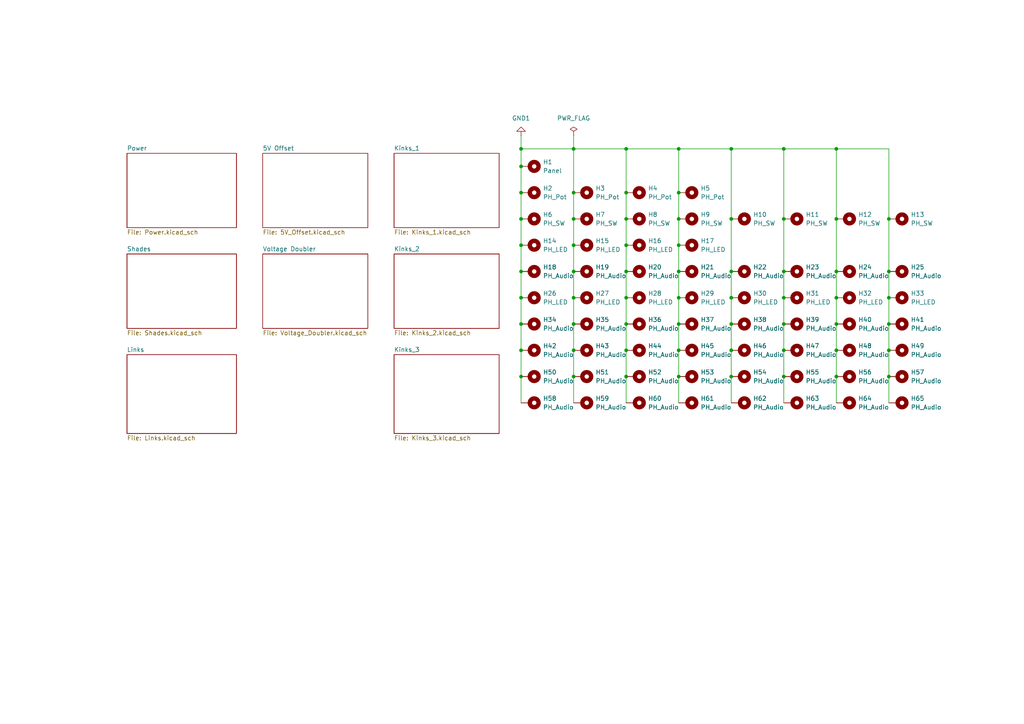
<source format=kicad_sch>
(kicad_sch (version 20250114) (generator "eeschema") (generator_version "9.0")
  (paper "A4")
  (title_block (title "Toolbox") (date "2025-07-31") (rev "2.1") (company "StudioKAT") (comment 1 "Inspired by Mutable Instruments Shades/Links/Kinks"))
  (lib_symbols
    (symbol "Mechanical:MountingHole_Pad" (pin_numbers (hide yes)) (pin_names (offset 1.016) (hide yes)) (in_bom no)
      (property "Reference" "H" (at 0 6.35 0))
      (property "Value" "MountingHole_Pad" (at 0 4.445 0))
      (symbol "MountingHole_Pad_0_1"
        (circle (center 0 1.27) (radius 1.27) (stroke (width 1.27)))
      )
      (symbol "MountingHole_Pad_1_1"
        (pin input line (at 0 -2.54 90) (length 2.54) (name "1") (number "1"))
      )
    )
    (symbol "power:GND1" (power) (pin_numbers (hide yes)) (pin_names (offset 0) (hide yes))
      (property "Value" "GND1" (at 0 -3.81 0))
      (symbol "GND1_0_1"
        (polyline (pts (xy 0 0) (xy 0 -1.27) (xy 1.27 -1.27) (xy 0 -2.54) (xy -1.27 -1.27) (xy 0 -1.27)))
      )
      (symbol "GND1_1_1"
        (pin power_in line (at 0 0 270) (length 0) (name "~") (number "1"))
      )
    )
    (symbol "power:PWR_FLAG" (power) (pin_numbers (hide yes)) (pin_names (offset 0) (hide yes))
      (property "Value" "PWR_FLAG" (at 0 3.81 0))
      (symbol "PWR_FLAG_0_0"
        (pin power_out line (at 0 0 90) (length 0) (name "~") (number "1"))
      )
      (symbol "PWR_FLAG_0_1"
        (polyline (pts (xy 0 0) (xy 0 1.27) (xy -1.016 1.905) (xy 0 2.54) (xy 1.016 1.905) (xy 0 1.27)))
      )
    )
  )
  (junction (at 212.09 101.6))
  (junction (at 181.61 63.5))
  (junction (at 181.61 71.12))
  (junction (at 257.81 93.98))
  (junction (at 166.37 78.74))
  (junction (at 181.61 93.98))
  (junction (at 181.61 109.22))
  (junction (at 196.85 55.88))
  (junction (at 257.81 109.22))
  (junction (at 151.13 109.22))
  (junction (at 196.85 109.22))
  (junction (at 151.13 55.88))
  (junction (at 227.33 101.6))
  (junction (at 227.33 78.74))
  (junction (at 196.85 63.5))
  (junction (at 196.85 93.98))
  (junction (at 212.09 43.18))
  (junction (at 242.57 86.36))
  (junction (at 227.33 86.36))
  (junction (at 212.09 63.5))
  (junction (at 151.13 93.98))
  (junction (at 166.37 101.6))
  (junction (at 227.33 43.18))
  (junction (at 242.57 78.74))
  (junction (at 242.57 63.5))
  (junction (at 257.81 101.6))
  (junction (at 196.85 86.36))
  (junction (at 212.09 78.74))
  (junction (at 151.13 86.36))
  (junction (at 151.13 71.12))
  (junction (at 196.85 71.12))
  (junction (at 166.37 86.36))
  (junction (at 212.09 93.98))
  (junction (at 151.13 48.26))
  (junction (at 242.57 93.98))
  (junction (at 181.61 78.74))
  (junction (at 212.09 86.36))
  (junction (at 166.37 63.5))
  (junction (at 196.85 43.18))
  (junction (at 196.85 101.6))
  (junction (at 166.37 71.12))
  (junction (at 196.85 78.74))
  (junction (at 257.81 86.36))
  (junction (at 181.61 101.6))
  (junction (at 151.13 43.18))
  (junction (at 166.37 109.22))
  (junction (at 151.13 63.5))
  (junction (at 242.57 101.6))
  (junction (at 181.61 86.36))
  (junction (at 166.37 93.98))
  (junction (at 227.33 63.5))
  (junction (at 227.33 109.22))
  (junction (at 166.37 55.88))
  (junction (at 151.13 78.74))
  (junction (at 242.57 43.18))
  (junction (at 227.33 93.98))
  (junction (at 257.81 78.74))
  (junction (at 181.61 55.88))
  (junction (at 257.81 63.5))
  (junction (at 212.09 109.22))
  (junction (at 151.13 101.6))
  (junction (at 166.37 43.18))
  (junction (at 181.61 43.18))
  (junction (at 242.57 109.22))
  (wire (pts (xy 212.09 86.36) (xy 212.09 78.74)))
  (wire (pts (xy 242.57 63.5) (xy 242.57 43.18)))
  (wire (pts (xy 196.85 43.18) (xy 181.61 43.18)))
  (wire (pts (xy 166.37 101.6) (xy 166.37 109.22)))
  (wire (pts (xy 181.61 116.84) (xy 181.61 109.22)))
  (wire (pts (xy 196.85 71.12) (xy 196.85 63.5)))
  (wire (pts (xy 181.61 78.74) (xy 181.61 71.12)))
  (wire (pts (xy 242.57 93.98) (xy 242.57 86.36)))
  (wire (pts (xy 181.61 55.88) (xy 181.61 43.18)))
  (wire (pts (xy 212.09 78.74) (xy 212.09 63.5)))
  (wire (pts (xy 181.61 86.36) (xy 181.61 78.74)))
  (wire (pts (xy 257.81 109.22) (xy 257.81 101.6)))
  (wire (pts (xy 196.85 86.36) (xy 196.85 78.74)))
  (wire (pts (xy 166.37 71.12) (xy 166.37 78.74)))
  (wire (pts (xy 257.81 43.18) (xy 242.57 43.18)))
  (wire (pts (xy 181.61 71.12) (xy 181.61 63.5)))
  (wire (pts (xy 166.37 93.98) (xy 166.37 101.6)))
  (wire (pts (xy 151.13 48.26) (xy 151.13 55.88)))
  (wire (pts (xy 242.57 43.18) (xy 227.33 43.18)))
  (wire (pts (xy 227.33 109.22) (xy 227.33 101.6)))
  (wire (pts (xy 181.61 93.98) (xy 181.61 86.36)))
  (wire (pts (xy 151.13 101.6) (xy 151.13 109.22)))
  (wire (pts (xy 166.37 39.37) (xy 166.37 43.18)))
  (wire (pts (xy 257.81 116.84) (xy 257.81 109.22)))
  (wire (pts (xy 196.85 109.22) (xy 196.85 101.6)))
  (wire (pts (xy 227.33 93.98) (xy 227.33 86.36)))
  (wire (pts (xy 166.37 78.74) (xy 166.37 86.36)))
  (wire (pts (xy 166.37 109.22) (xy 166.37 116.84)))
  (wire (pts (xy 242.57 109.22) (xy 242.57 101.6)))
  (wire (pts (xy 257.81 101.6) (xy 257.81 93.98)))
  (wire (pts (xy 257.81 78.74) (xy 257.81 63.5)))
  (wire (pts (xy 196.85 78.74) (xy 196.85 71.12)))
  (wire (pts (xy 151.13 43.18) (xy 151.13 48.26)))
  (wire (pts (xy 181.61 63.5) (xy 181.61 55.88)))
  (wire (pts (xy 151.13 43.18) (xy 166.37 43.18)))
  (wire (pts (xy 257.81 63.5) (xy 257.81 43.18)))
  (wire (pts (xy 242.57 101.6) (xy 242.57 93.98)))
  (wire (pts (xy 242.57 86.36) (xy 242.57 78.74)))
  (wire (pts (xy 166.37 86.36) (xy 166.37 93.98)))
  (wire (pts (xy 212.09 43.18) (xy 196.85 43.18)))
  (wire (pts (xy 227.33 63.5) (xy 227.33 43.18)))
  (wire (pts (xy 166.37 43.18) (xy 166.37 55.88)))
  (wire (pts (xy 151.13 93.98) (xy 151.13 101.6)))
  (wire (pts (xy 151.13 39.37) (xy 151.13 43.18)))
  (wire (pts (xy 227.33 86.36) (xy 227.33 78.74)))
  (wire (pts (xy 212.09 63.5) (xy 212.09 43.18)))
  (wire (pts (xy 227.33 43.18) (xy 212.09 43.18)))
  (wire (pts (xy 196.85 63.5) (xy 196.85 55.88)))
  (wire (pts (xy 212.09 109.22) (xy 212.09 101.6)))
  (wire (pts (xy 166.37 63.5) (xy 166.37 71.12)))
  (wire (pts (xy 151.13 71.12) (xy 151.13 78.74)))
  (wire (pts (xy 151.13 55.88) (xy 151.13 63.5)))
  (wire (pts (xy 181.61 101.6) (xy 181.61 93.98)))
  (wire (pts (xy 196.85 116.84) (xy 196.85 109.22)))
  (wire (pts (xy 196.85 93.98) (xy 196.85 86.36)))
  (wire (pts (xy 166.37 55.88) (xy 166.37 63.5)))
  (wire (pts (xy 196.85 101.6) (xy 196.85 93.98)))
  (wire (pts (xy 227.33 78.74) (xy 227.33 63.5)))
  (wire (pts (xy 212.09 93.98) (xy 212.09 86.36)))
  (wire (pts (xy 212.09 101.6) (xy 212.09 93.98)))
  (wire (pts (xy 151.13 109.22) (xy 151.13 116.84)))
  (wire (pts (xy 227.33 116.84) (xy 227.33 109.22)))
  (wire (pts (xy 257.81 86.36) (xy 257.81 78.74)))
  (wire (pts (xy 242.57 116.84) (xy 242.57 109.22)))
  (wire (pts (xy 196.85 55.88) (xy 196.85 43.18)))
  (wire (pts (xy 166.37 43.18) (xy 181.61 43.18)))
  (wire (pts (xy 212.09 116.84) (xy 212.09 109.22)))
  (wire (pts (xy 151.13 78.74) (xy 151.13 86.36)))
  (wire (pts (xy 227.33 101.6) (xy 227.33 93.98)))
  (wire (pts (xy 181.61 109.22) (xy 181.61 101.6)))
  (wire (pts (xy 242.57 78.74) (xy 242.57 63.5)))
  (wire (pts (xy 151.13 63.5) (xy 151.13 71.12)))
  (wire (pts (xy 257.81 93.98) (xy 257.81 86.36)))
  (wire (pts (xy 151.13 86.36) (xy 151.13 93.98)))
  (symbol (lib_id "Mechanical:MountingHole_Pad") (at 153.67 48.26 270) (unit 1) (in_bom no)
    (property "Reference" "H1" (at 157.48 46.9899 90) (effects (justify left)))
    (property "Value" "Panel" (at 157.48 49.5299 90) (effects (justify left)))
    (property "Footprint" "kat_eurorack:Panel_16HP" (effects (hide yes)))
    (property "Description" "Mounting Hole with connection" (effects (hide yes)))
  )
  (symbol (lib_id "Mechanical:MountingHole_Pad") (at 199.39 93.98 270) (unit 1) (in_bom no)
    (property "Reference" "H37" (at 203.2 92.7099 90) (effects (justify left)))
    (property "Value" "PH_Audio" (at 203.2 95.2499 90) (effects (justify left)))
    (property "Footprint" "kat_eurorack:PH_AudioJack_3.5mm_Pad" (effects (hide yes)))
    (property "Description" "Mounting Hole with connection" (effects (hide yes)))
  )
  (symbol (lib_id "Mechanical:MountingHole_Pad") (at 245.11 63.5 270) (unit 1) (in_bom no)
    (property "Reference" "H12" (at 248.92 62.2299 90) (effects (justify left)))
    (property "Value" "PH_SW" (at 248.92 64.7699 90) (effects (justify left)))
    (property "Footprint" "kat_eurorack:PH_ToggleSwitch_5.1mm_Pad" (effects (hide yes)))
    (property "Description" "Mounting Hole with connection" (effects (hide yes)))
  )
  (symbol (lib_id "Mechanical:MountingHole_Pad") (at 153.67 55.88 270) (unit 1) (in_bom no)
    (property "Reference" "H2" (at 157.48 54.6099 90) (effects (justify left)))
    (property "Value" "PH_Pot" (at 157.48 57.1499 90) (effects (justify left)))
    (property "Footprint" "kat_eurorack:PH_RK097_15mmKnob_BI_UNI_Pad" (effects (hide yes)))
    (property "Description" "Mounting Hole with connection" (effects (hide yes)))
  )
  (symbol (lib_id "Mechanical:MountingHole_Pad") (at 229.87 116.84 270) (unit 1) (in_bom no)
    (property "Reference" "H63" (at 233.68 115.5699 90) (effects (justify left)))
    (property "Value" "PH_Audio" (at 233.68 118.1099 90) (effects (justify left)))
    (property "Footprint" "kat_eurorack:PH_AudioJack_3.5mm_Pad" (effects (hide yes)))
    (property "Description" "Mounting Hole with connection" (effects (hide yes)))
  )
  (symbol (lib_id "Mechanical:MountingHole_Pad") (at 245.11 116.84 270) (unit 1) (in_bom no)
    (property "Reference" "H64" (at 248.92 115.5699 90) (effects (justify left)))
    (property "Value" "PH_Audio" (at 248.92 118.1099 90) (effects (justify left)))
    (property "Footprint" "kat_eurorack:PH_AudioJack_3.5mm_Pad" (effects (hide yes)))
    (property "Description" "Mounting Hole with connection" (effects (hide yes)))
  )
  (symbol (lib_id "Mechanical:MountingHole_Pad") (at 229.87 63.5 270) (unit 1) (in_bom no)
    (property "Reference" "H11" (at 233.68 62.2299 90) (effects (justify left)))
    (property "Value" "PH_SW" (at 233.68 64.7699 90) (effects (justify left)))
    (property "Footprint" "kat_eurorack:PH_ToggleSwitch_5.1mm_Pad" (effects (hide yes)))
    (property "Description" "Mounting Hole with connection" (effects (hide yes)))
  )
  (symbol (lib_id "Mechanical:MountingHole_Pad") (at 229.87 109.22 270) (unit 1) (in_bom no)
    (property "Reference" "H55" (at 233.68 107.9499 90) (effects (justify left)))
    (property "Value" "PH_Audio" (at 233.68 110.4899 90) (effects (justify left)))
    (property "Footprint" "kat_eurorack:PH_AudioJack_3.5mm_Pad" (effects (hide yes)))
    (property "Description" "Mounting Hole with connection" (effects (hide yes)))
  )
  (symbol (lib_id "Mechanical:MountingHole_Pad") (at 260.35 109.22 270) (unit 1) (in_bom no)
    (property "Reference" "H57" (at 264.16 107.9499 90) (effects (justify left)))
    (property "Value" "PH_Audio" (at 264.16 110.4899 90) (effects (justify left)))
    (property "Footprint" "kat_eurorack:PH_AudioJack_3.5mm_Pad" (effects (hide yes)))
    (property "Description" "Mounting Hole with connection" (effects (hide yes)))
  )
  (symbol (lib_id "Mechanical:MountingHole_Pad") (at 214.63 101.6 270) (unit 1) (in_bom no)
    (property "Reference" "H46" (at 218.44 100.3299 90) (effects (justify left)))
    (property "Value" "PH_Audio" (at 218.44 102.8699 90) (effects (justify left)))
    (property "Footprint" "kat_eurorack:PH_AudioJack_3.5mm_Pad" (effects (hide yes)))
    (property "Description" "Mounting Hole with connection" (effects (hide yes)))
  )
  (symbol (lib_id "Mechanical:MountingHole_Pad") (at 229.87 93.98 270) (unit 1) (in_bom no)
    (property "Reference" "H39" (at 233.68 92.7099 90) (effects (justify left)))
    (property "Value" "PH_Audio" (at 233.68 95.2499 90) (effects (justify left)))
    (property "Footprint" "kat_eurorack:PH_AudioJack_3.5mm_Pad" (effects (hide yes)))
    (property "Description" "Mounting Hole with connection" (effects (hide yes)))
  )
  (symbol (lib_id "Mechanical:MountingHole_Pad") (at 214.63 86.36 270) (unit 1) (in_bom no)
    (property "Reference" "H30" (at 218.44 85.0899 90) (effects (justify left)))
    (property "Value" "PH_LED" (at 218.44 87.6299 90) (effects (justify left)))
    (property "Footprint" "kat_eurorack:PH_LED_3.0mm_Pad" (effects (hide yes)))
    (property "Description" "Mounting Hole with connection" (effects (hide yes)))
  )
  (symbol (lib_id "Mechanical:MountingHole_Pad") (at 199.39 109.22 270) (unit 1) (in_bom no)
    (property "Reference" "H53" (at 203.2 107.9499 90) (effects (justify left)))
    (property "Value" "PH_Audio" (at 203.2 110.4899 90) (effects (justify left)))
    (property "Footprint" "kat_eurorack:PH_AudioJack_3.5mm_Pad" (effects (hide yes)))
    (property "Description" "Mounting Hole with connection" (effects (hide yes)))
  )
  (symbol (lib_id "Mechanical:MountingHole_Pad") (at 168.91 109.22 270) (unit 1) (in_bom no)
    (property "Reference" "H51" (at 172.72 107.9499 90) (effects (justify left)))
    (property "Value" "PH_Audio" (at 172.72 110.4899 90) (effects (justify left)))
    (property "Footprint" "kat_eurorack:PH_AudioJack_3.5mm_Pad" (effects (hide yes)))
    (property "Description" "Mounting Hole with connection" (effects (hide yes)))
  )
  (symbol (lib_id "Mechanical:MountingHole_Pad") (at 260.35 116.84 270) (unit 1) (in_bom no)
    (property "Reference" "H65" (at 264.16 115.5699 90) (effects (justify left)))
    (property "Value" "PH_Audio" (at 264.16 118.1099 90) (effects (justify left)))
    (property "Footprint" "kat_eurorack:PH_AudioJack_3.5mm_Pad" (effects (hide yes)))
    (property "Description" "Mounting Hole with connection" (effects (hide yes)))
  )
  (symbol (lib_id "Mechanical:MountingHole_Pad") (at 184.15 86.36 270) (unit 1) (in_bom no)
    (property "Reference" "H28" (at 187.96 85.0899 90) (effects (justify left)))
    (property "Value" "PH_LED" (at 187.96 87.6299 90) (effects (justify left)))
    (property "Footprint" "kat_eurorack:PH_LED_3.0mm_Pad" (effects (hide yes)))
    (property "Description" "Mounting Hole with connection" (effects (hide yes)))
  )
  (symbol (lib_id "Mechanical:MountingHole_Pad") (at 168.91 86.36 270) (unit 1) (in_bom no)
    (property "Reference" "H27" (at 172.72 85.0899 90) (effects (justify left)))
    (property "Value" "PH_LED" (at 172.72 87.6299 90) (effects (justify left)))
    (property "Footprint" "kat_eurorack:PH_LED_3.0mm_Pad" (effects (hide yes)))
    (property "Description" "Mounting Hole with connection" (effects (hide yes)))
  )
  (symbol (lib_id "Mechanical:MountingHole_Pad") (at 153.67 93.98 270) (unit 1) (in_bom no)
    (property "Reference" "H34" (at 157.48 92.7099 90) (effects (justify left)))
    (property "Value" "PH_Audio" (at 157.48 95.2499 90) (effects (justify left)))
    (property "Footprint" "kat_eurorack:PH_AudioJack_3.5mm_Pad" (effects (hide yes)))
    (property "Description" "Mounting Hole with connection" (effects (hide yes)))
  )
  (symbol (lib_id "Mechanical:MountingHole_Pad") (at 184.15 63.5 270) (unit 1) (in_bom no)
    (property "Reference" "H8" (at 187.96 62.2299 90) (effects (justify left)))
    (property "Value" "PH_SW" (at 187.96 64.7699 90) (effects (justify left)))
    (property "Footprint" "kat_eurorack:PH_ToggleSwitch_5.1mm_Pad" (effects (hide yes)))
    (property "Description" "Mounting Hole with connection" (effects (hide yes)))
  )
  (symbol (lib_id "Mechanical:MountingHole_Pad") (at 245.11 93.98 270) (unit 1) (in_bom no)
    (property "Reference" "H40" (at 248.92 92.7099 90) (effects (justify left)))
    (property "Value" "PH_Audio" (at 248.92 95.2499 90) (effects (justify left)))
    (property "Footprint" "kat_eurorack:PH_AudioJack_3.5mm_Pad" (effects (hide yes)))
    (property "Description" "Mounting Hole with connection" (effects (hide yes)))
  )
  (symbol (lib_id "Mechanical:MountingHole_Pad") (at 229.87 78.74 270) (unit 1) (in_bom no)
    (property "Reference" "H23" (at 233.68 77.4699 90) (effects (justify left)))
    (property "Value" "PH_Audio" (at 233.68 80.0099 90) (effects (justify left)))
    (property "Footprint" "kat_eurorack:PH_AudioJack_3.5mm_Pad" (effects (hide yes)))
    (property "Description" "Mounting Hole with connection" (effects (hide yes)))
  )
  (symbol (lib_id "Mechanical:MountingHole_Pad") (at 260.35 101.6 270) (unit 1) (in_bom no)
    (property "Reference" "H49" (at 264.16 100.3299 90) (effects (justify left)))
    (property "Value" "PH_Audio" (at 264.16 102.8699 90) (effects (justify left)))
    (property "Footprint" "kat_eurorack:PH_AudioJack_3.5mm_Pad" (effects (hide yes)))
    (property "Description" "Mounting Hole with connection" (effects (hide yes)))
  )
  (symbol (lib_id "power:GND1") (at 151.13 39.37 0) (mirror x) (unit 1)
    (property "Reference" "#PWR01" (effects (hide yes)))
    (property "Value" "GND1" (at 151.13 34.29 0))
    (property "Description" "Power symbol creates a global label with name \"GND1\" , ground" (effects (hide yes)))
  )
  (symbol (lib_id "Mechanical:MountingHole_Pad") (at 153.67 71.12 270) (unit 1) (in_bom no)
    (property "Reference" "H14" (at 157.48 69.8499 90) (effects (justify left)))
    (property "Value" "PH_LED" (at 157.48 72.3899 90) (effects (justify left)))
    (property "Footprint" "kat_eurorack:PH_LED_3.0mm_Pad" (effects (hide yes)))
    (property "Description" "Mounting Hole with connection" (effects (hide yes)))
  )
  (symbol (lib_id "Mechanical:MountingHole_Pad") (at 199.39 63.5 270) (unit 1) (in_bom no)
    (property "Reference" "H9" (at 203.2 62.2299 90) (effects (justify left)))
    (property "Value" "PH_SW" (at 203.2 64.7699 90) (effects (justify left)))
    (property "Footprint" "kat_eurorack:PH_ToggleSwitch_5.1mm_Pad" (effects (hide yes)))
    (property "Description" "Mounting Hole with connection" (effects (hide yes)))
  )
  (symbol (lib_id "Mechanical:MountingHole_Pad") (at 168.91 93.98 270) (unit 1) (in_bom no)
    (property "Reference" "H35" (at 172.72 92.7099 90) (effects (justify left)))
    (property "Value" "PH_Audio" (at 172.72 95.2499 90) (effects (justify left)))
    (property "Footprint" "kat_eurorack:PH_AudioJack_3.5mm_Pad" (effects (hide yes)))
    (property "Description" "Mounting Hole with connection" (effects (hide yes)))
  )
  (symbol (lib_id "Mechanical:MountingHole_Pad") (at 229.87 101.6 270) (unit 1) (in_bom no)
    (property "Reference" "H47" (at 233.68 100.3299 90) (effects (justify left)))
    (property "Value" "PH_Audio" (at 233.68 102.8699 90) (effects (justify left)))
    (property "Footprint" "kat_eurorack:PH_AudioJack_3.5mm_Pad" (effects (hide yes)))
    (property "Description" "Mounting Hole with connection" (effects (hide yes)))
  )
  (symbol (lib_id "Mechanical:MountingHole_Pad") (at 168.91 55.88 270) (unit 1) (in_bom no)
    (property "Reference" "H3" (at 172.72 54.6099 90) (effects (justify left)))
    (property "Value" "PH_Pot" (at 172.72 57.1499 90) (effects (justify left)))
    (property "Footprint" "kat_eurorack:PH_RK097_15mmKnob_BI_UNI_Pad" (effects (hide yes)))
    (property "Description" "Mounting Hole with connection" (effects (hide yes)))
  )
  (symbol (lib_id "Mechanical:MountingHole_Pad") (at 168.91 78.74 270) (unit 1) (in_bom no)
    (property "Reference" "H19" (at 172.72 77.4699 90) (effects (justify left)))
    (property "Value" "PH_Audio" (at 172.72 80.0099 90) (effects (justify left)))
    (property "Footprint" "kat_eurorack:PH_AudioJack_3.5mm_Pad" (effects (hide yes)))
    (property "Description" "Mounting Hole with connection" (effects (hide yes)))
  )
  (symbol (lib_id "Mechanical:MountingHole_Pad") (at 214.63 63.5 270) (unit 1) (in_bom no)
    (property "Reference" "H10" (at 218.44 62.2299 90) (effects (justify left)))
    (property "Value" "PH_SW" (at 218.44 64.7699 90) (effects (justify left)))
    (property "Footprint" "kat_eurorack:PH_ToggleSwitch_5.1mm_Pad" (effects (hide yes)))
    (property "Description" "Mounting Hole with connection" (effects (hide yes)))
  )
  (symbol (lib_id "Mechanical:MountingHole_Pad") (at 214.63 93.98 270) (unit 1) (in_bom no)
    (property "Reference" "H38" (at 218.44 92.7099 90) (effects (justify left)))
    (property "Value" "PH_Audio" (at 218.44 95.2499 90) (effects (justify left)))
    (property "Footprint" "kat_eurorack:PH_AudioJack_3.5mm_Pad" (effects (hide yes)))
    (property "Description" "Mounting Hole with connection" (effects (hide yes)))
  )
  (symbol (lib_id "Mechanical:MountingHole_Pad") (at 214.63 78.74 270) (unit 1) (in_bom no)
    (property "Reference" "H22" (at 218.44 77.4699 90) (effects (justify left)))
    (property "Value" "PH_Audio" (at 218.44 80.0099 90) (effects (justify left)))
    (property "Footprint" "kat_eurorack:PH_AudioJack_3.5mm_Pad" (effects (hide yes)))
    (property "Description" "Mounting Hole with connection" (effects (hide yes)))
  )
  (symbol (lib_id "Mechanical:MountingHole_Pad") (at 153.67 116.84 270) (unit 1) (in_bom no)
    (property "Reference" "H58" (at 157.48 115.5699 90) (effects (justify left)))
    (property "Value" "PH_Audio" (at 157.48 118.1099 90) (effects (justify left)))
    (property "Footprint" "kat_eurorack:PH_AudioJack_3.5mm_Pad" (effects (hide yes)))
    (property "Description" "Mounting Hole with connection" (effects (hide yes)))
  )
  (symbol (lib_id "Mechanical:MountingHole_Pad") (at 153.67 86.36 270) (unit 1) (in_bom no)
    (property "Reference" "H26" (at 157.48 85.0899 90) (effects (justify left)))
    (property "Value" "PH_LED" (at 157.48 87.6299 90) (effects (justify left)))
    (property "Footprint" "kat_eurorack:PH_LED_3.0mm_Pad" (effects (hide yes)))
    (property "Description" "Mounting Hole with connection" (effects (hide yes)))
  )
  (symbol (lib_id "Mechanical:MountingHole_Pad") (at 184.15 55.88 270) (unit 1) (in_bom no)
    (property "Reference" "H4" (at 187.96 54.6099 90) (effects (justify left)))
    (property "Value" "PH_Pot" (at 187.96 57.1499 90) (effects (justify left)))
    (property "Footprint" "kat_eurorack:PH_RK097_15mmKnob_BI_UNI_Pad" (effects (hide yes)))
    (property "Description" "Mounting Hole with connection" (effects (hide yes)))
  )
  (symbol (lib_id "Mechanical:MountingHole_Pad") (at 260.35 86.36 270) (unit 1) (in_bom no)
    (property "Reference" "H33" (at 264.16 85.0899 90) (effects (justify left)))
    (property "Value" "PH_LED" (at 264.16 87.6299 90) (effects (justify left)))
    (property "Footprint" "kat_eurorack:PH_LED_3.0mm_Pad" (effects (hide yes)))
    (property "Description" "Mounting Hole with connection" (effects (hide yes)))
  )
  (symbol (lib_id "Mechanical:MountingHole_Pad") (at 199.39 116.84 270) (unit 1) (in_bom no)
    (property "Reference" "H61" (at 203.2 115.5699 90) (effects (justify left)))
    (property "Value" "PH_Audio" (at 203.2 118.1099 90) (effects (justify left)))
    (property "Footprint" "kat_eurorack:PH_AudioJack_3.5mm_Pad" (effects (hide yes)))
    (property "Description" "Mounting Hole with connection" (effects (hide yes)))
  )
  (symbol (lib_id "Mechanical:MountingHole_Pad") (at 260.35 78.74 270) (unit 1) (in_bom no)
    (property "Reference" "H25" (at 264.16 77.4699 90) (effects (justify left)))
    (property "Value" "PH_Audio" (at 264.16 80.0099 90) (effects (justify left)))
    (property "Footprint" "kat_eurorack:PH_AudioJack_3.5mm_Pad" (effects (hide yes)))
    (property "Description" "Mounting Hole with connection" (effects (hide yes)))
  )
  (symbol (lib_id "Mechanical:MountingHole_Pad") (at 168.91 101.6 270) (unit 1) (in_bom no)
    (property "Reference" "H43" (at 172.72 100.3299 90) (effects (justify left)))
    (property "Value" "PH_Audio" (at 172.72 102.8699 90) (effects (justify left)))
    (property "Footprint" "kat_eurorack:PH_AudioJack_3.5mm_Pad" (effects (hide yes)))
    (property "Description" "Mounting Hole with connection" (effects (hide yes)))
  )
  (symbol (lib_id "Mechanical:MountingHole_Pad") (at 153.67 63.5 270) (unit 1) (in_bom no)
    (property "Reference" "H6" (at 157.48 62.2299 90) (effects (justify left)))
    (property "Value" "PH_SW" (at 157.48 64.7699 90) (effects (justify left)))
    (property "Footprint" "kat_eurorack:PH_ToggleSwitch_5.1mm_Pad" (effects (hide yes)))
    (property "Description" "Mounting Hole with connection" (effects (hide yes)))
  )
  (symbol (lib_id "Mechanical:MountingHole_Pad") (at 245.11 109.22 270) (unit 1) (in_bom no)
    (property "Reference" "H56" (at 248.92 107.9499 90) (effects (justify left)))
    (property "Value" "PH_Audio" (at 248.92 110.4899 90) (effects (justify left)))
    (property "Footprint" "kat_eurorack:PH_AudioJack_3.5mm_Pad" (effects (hide yes)))
    (property "Description" "Mounting Hole with connection" (effects (hide yes)))
  )
  (symbol (lib_id "Mechanical:MountingHole_Pad") (at 168.91 63.5 270) (unit 1) (in_bom no)
    (property "Reference" "H7" (at 172.72 62.2299 90) (effects (justify left)))
    (property "Value" "PH_SW" (at 172.72 64.7699 90) (effects (justify left)))
    (property "Footprint" "kat_eurorack:PH_ToggleSwitch_5.1mm_Pad" (effects (hide yes)))
    (property "Description" "Mounting Hole with connection" (effects (hide yes)))
  )
  (symbol (lib_id "Mechanical:MountingHole_Pad") (at 199.39 101.6 270) (unit 1) (in_bom no)
    (property "Reference" "H45" (at 203.2 100.3299 90) (effects (justify left)))
    (property "Value" "PH_Audio" (at 203.2 102.8699 90) (effects (justify left)))
    (property "Footprint" "kat_eurorack:PH_AudioJack_3.5mm_Pad" (effects (hide yes)))
    (property "Description" "Mounting Hole with connection" (effects (hide yes)))
  )
  (symbol (lib_id "Mechanical:MountingHole_Pad") (at 184.15 116.84 270) (unit 1) (in_bom no)
    (property "Reference" "H60" (at 187.96 115.5699 90) (effects (justify left)))
    (property "Value" "PH_Audio" (at 187.96 118.1099 90) (effects (justify left)))
    (property "Footprint" "kat_eurorack:PH_AudioJack_3.5mm_Pad" (effects (hide yes)))
    (property "Description" "Mounting Hole with connection" (effects (hide yes)))
  )
  (symbol (lib_id "Mechanical:MountingHole_Pad") (at 214.63 109.22 270) (unit 1) (in_bom no)
    (property "Reference" "H54" (at 218.44 107.9499 90) (effects (justify left)))
    (property "Value" "PH_Audio" (at 218.44 110.4899 90) (effects (justify left)))
    (property "Footprint" "kat_eurorack:PH_AudioJack_3.5mm_Pad" (effects (hide yes)))
    (property "Description" "Mounting Hole with connection" (effects (hide yes)))
  )
  (symbol (lib_id "Mechanical:MountingHole_Pad") (at 199.39 55.88 270) (unit 1) (in_bom no)
    (property "Reference" "H5" (at 203.2 54.6099 90) (effects (justify left)))
    (property "Value" "PH_Pot" (at 203.2 57.1499 90) (effects (justify left)))
    (property "Footprint" "kat_eurorack:PH_RK097_15mmKnob_BI_UNI_Pad" (effects (hide yes)))
    (property "Description" "Mounting Hole with connection" (effects (hide yes)))
  )
  (symbol (lib_id "Mechanical:MountingHole_Pad") (at 199.39 71.12 270) (unit 1) (in_bom no)
    (property "Reference" "H17" (at 203.2 69.8499 90) (effects (justify left)))
    (property "Value" "PH_LED" (at 203.2 72.3899 90) (effects (justify left)))
    (property "Footprint" "kat_eurorack:PH_LED_3.0mm_Pad" (effects (hide yes)))
    (property "Description" "Mounting Hole with connection" (effects (hide yes)))
  )
  (symbol (lib_id "Mechanical:MountingHole_Pad") (at 199.39 78.74 270) (unit 1) (in_bom no)
    (property "Reference" "H21" (at 203.2 77.4699 90) (effects (justify left)))
    (property "Value" "PH_Audio" (at 203.2 80.0099 90) (effects (justify left)))
    (property "Footprint" "kat_eurorack:PH_AudioJack_3.5mm_Pad" (effects (hide yes)))
    (property "Description" "Mounting Hole with connection" (effects (hide yes)))
  )
  (symbol (lib_id "Mechanical:MountingHole_Pad") (at 168.91 71.12 270) (unit 1) (in_bom no)
    (property "Reference" "H15" (at 172.72 69.8499 90) (effects (justify left)))
    (property "Value" "PH_LED" (at 172.72 72.3899 90) (effects (justify left)))
    (property "Footprint" "kat_eurorack:PH_LED_3.0mm_Pad" (effects (hide yes)))
    (property "Description" "Mounting Hole with connection" (effects (hide yes)))
  )
  (symbol (lib_id "Mechanical:MountingHole_Pad") (at 184.15 93.98 270) (unit 1) (in_bom no)
    (property "Reference" "H36" (at 187.96 92.7099 90) (effects (justify left)))
    (property "Value" "PH_Audio" (at 187.96 95.2499 90) (effects (justify left)))
    (property "Footprint" "kat_eurorack:PH_AudioJack_3.5mm_Pad" (effects (hide yes)))
    (property "Description" "Mounting Hole with connection" (effects (hide yes)))
  )
  (symbol (lib_id "Mechanical:MountingHole_Pad") (at 168.91 116.84 270) (unit 1) (in_bom no)
    (property "Reference" "H59" (at 172.72 115.5699 90) (effects (justify left)))
    (property "Value" "PH_Audio" (at 172.72 118.1099 90) (effects (justify left)))
    (property "Footprint" "kat_eurorack:PH_AudioJack_3.5mm_Pad" (effects (hide yes)))
    (property "Description" "Mounting Hole with connection" (effects (hide yes)))
  )
  (symbol (lib_id "Mechanical:MountingHole_Pad") (at 260.35 63.5 270) (unit 1) (in_bom no)
    (property "Reference" "H13" (at 264.16 62.2299 90) (effects (justify left)))
    (property "Value" "PH_SW" (at 264.16 64.7699 90) (effects (justify left)))
    (property "Footprint" "kat_eurorack:PH_ToggleSwitch_5.1mm_Pad" (effects (hide yes)))
    (property "Description" "Mounting Hole with connection" (effects (hide yes)))
  )
  (symbol (lib_id "Mechanical:MountingHole_Pad") (at 184.15 101.6 270) (unit 1) (in_bom no)
    (property "Reference" "H44" (at 187.96 100.3299 90) (effects (justify left)))
    (property "Value" "PH_Audio" (at 187.96 102.8699 90) (effects (justify left)))
    (property "Footprint" "kat_eurorack:PH_AudioJack_3.5mm_Pad" (effects (hide yes)))
    (property "Description" "Mounting Hole with connection" (effects (hide yes)))
  )
  (symbol (lib_id "Mechanical:MountingHole_Pad") (at 260.35 93.98 270) (unit 1) (in_bom no)
    (property "Reference" "H41" (at 264.16 92.7099 90) (effects (justify left)))
    (property "Value" "PH_Audio" (at 264.16 95.2499 90) (effects (justify left)))
    (property "Footprint" "kat_eurorack:PH_AudioJack_3.5mm_Pad" (effects (hide yes)))
    (property "Description" "Mounting Hole with connection" (effects (hide yes)))
  )
  (symbol (lib_id "Mechanical:MountingHole_Pad") (at 214.63 116.84 270) (unit 1) (in_bom no)
    (property "Reference" "H62" (at 218.44 115.5699 90) (effects (justify left)))
    (property "Value" "PH_Audio" (at 218.44 118.1099 90) (effects (justify left)))
    (property "Footprint" "kat_eurorack:PH_AudioJack_3.5mm_Pad" (effects (hide yes)))
    (property "Description" "Mounting Hole with connection" (effects (hide yes)))
  )
  (symbol (lib_id "Mechanical:MountingHole_Pad") (at 184.15 109.22 270) (unit 1) (in_bom no)
    (property "Reference" "H52" (at 187.96 107.9499 90) (effects (justify left)))
    (property "Value" "PH_Audio" (at 187.96 110.4899 90) (effects (justify left)))
    (property "Footprint" "kat_eurorack:PH_AudioJack_3.5mm_Pad" (effects (hide yes)))
    (property "Description" "Mounting Hole with connection" (effects (hide yes)))
  )
  (symbol (lib_id "Mechanical:MountingHole_Pad") (at 153.67 101.6 270) (unit 1) (in_bom no)
    (property "Reference" "H42" (at 157.48 100.3299 90) (effects (justify left)))
    (property "Value" "PH_Audio" (at 157.48 102.8699 90) (effects (justify left)))
    (property "Footprint" "kat_eurorack:PH_AudioJack_3.5mm_Pad" (effects (hide yes)))
    (property "Description" "Mounting Hole with connection" (effects (hide yes)))
  )
  (symbol (lib_id "Mechanical:MountingHole_Pad") (at 153.67 109.22 270) (unit 1) (in_bom no)
    (property "Reference" "H50" (at 157.48 107.9499 90) (effects (justify left)))
    (property "Value" "PH_Audio" (at 157.48 110.4899 90) (effects (justify left)))
    (property "Footprint" "kat_eurorack:PH_AudioJack_3.5mm_Pad" (effects (hide yes)))
    (property "Description" "Mounting Hole with connection" (effects (hide yes)))
  )
  (symbol (lib_id "Mechanical:MountingHole_Pad") (at 245.11 86.36 270) (unit 1) (in_bom no)
    (property "Reference" "H32" (at 248.92 85.0899 90) (effects (justify left)))
    (property "Value" "PH_LED" (at 248.92 87.6299 90) (effects (justify left)))
    (property "Footprint" "kat_eurorack:PH_LED_3.0mm_Pad" (effects (hide yes)))
    (property "Description" "Mounting Hole with connection" (effects (hide yes)))
  )
  (symbol (lib_id "Mechanical:MountingHole_Pad") (at 199.39 86.36 270) (unit 1) (in_bom no)
    (property "Reference" "H29" (at 203.2 85.0899 90) (effects (justify left)))
    (property "Value" "PH_LED" (at 203.2 87.6299 90) (effects (justify left)))
    (property "Footprint" "kat_eurorack:PH_LED_3.0mm_Pad" (effects (hide yes)))
    (property "Description" "Mounting Hole with connection" (effects (hide yes)))
  )
  (symbol (lib_id "Mechanical:MountingHole_Pad") (at 184.15 71.12 270) (unit 1) (in_bom no)
    (property "Reference" "H16" (at 187.96 69.8499 90) (effects (justify left)))
    (property "Value" "PH_LED" (at 187.96 72.3899 90) (effects (justify left)))
    (property "Footprint" "kat_eurorack:PH_LED_3.0mm_Pad" (effects (hide yes)))
    (property "Description" "Mounting Hole with connection" (effects (hide yes)))
  )
  (symbol (lib_id "Mechanical:MountingHole_Pad") (at 184.15 78.74 270) (unit 1) (in_bom no)
    (property "Reference" "H20" (at 187.96 77.4699 90) (effects (justify left)))
    (property "Value" "PH_Audio" (at 187.96 80.0099 90) (effects (justify left)))
    (property "Footprint" "kat_eurorack:PH_AudioJack_3.5mm_Pad" (effects (hide yes)))
    (property "Description" "Mounting Hole with connection" (effects (hide yes)))
  )
  (symbol (lib_id "Mechanical:MountingHole_Pad") (at 153.67 78.74 270) (unit 1) (in_bom no)
    (property "Reference" "H18" (at 157.48 77.4699 90) (effects (justify left)))
    (property "Value" "PH_Audio" (at 157.48 80.0099 90) (effects (justify left)))
    (property "Footprint" "kat_eurorack:PH_AudioJack_3.5mm_Pad" (effects (hide yes)))
    (property "Description" "Mounting Hole with connection" (effects (hide yes)))
  )
  (symbol (lib_id "Mechanical:MountingHole_Pad") (at 245.11 101.6 270) (unit 1) (in_bom no)
    (property "Reference" "H48" (at 248.92 100.3299 90) (effects (justify left)))
    (property "Value" "PH_Audio" (at 248.92 102.8699 90) (effects (justify left)))
    (property "Footprint" "kat_eurorack:PH_AudioJack_3.5mm_Pad" (effects (hide yes)))
    (property "Description" "Mounting Hole with connection" (effects (hide yes)))
  )
  (symbol (lib_id "Mechanical:MountingHole_Pad") (at 245.11 78.74 270) (unit 1) (in_bom no)
    (property "Reference" "H24" (at 248.92 77.4699 90) (effects (justify left)))
    (property "Value" "PH_Audio" (at 248.92 80.0099 90) (effects (justify left)))
    (property "Footprint" "kat_eurorack:PH_AudioJack_3.5mm_Pad" (effects (hide yes)))
    (property "Description" "Mounting Hole with connection" (effects (hide yes)))
  )
  (symbol (lib_id "power:PWR_FLAG") (at 166.37 39.37 0) (unit 1)
    (property "Reference" "#FLG01" (effects (hide yes)))
    (property "Value" "PWR_FLAG" (at 166.37 34.29 0))
    (property "Description" "Special symbol for telling ERC where power comes from" (effects (hide yes)))
  )
  (symbol (lib_id "Mechanical:MountingHole_Pad") (at 229.87 86.36 270) (unit 1) (in_bom no)
    (property "Reference" "H31" (at 233.68 85.0899 90) (effects (justify left)))
    (property "Value" "PH_LED" (at 233.68 87.6299 90) (effects (justify left)))
    (property "Footprint" "kat_eurorack:PH_LED_3.0mm_Pad" (effects (hide yes)))
    (property "Description" "Mounting Hole with connection" (effects (hide yes)))
  )
  (sheet (at 36.83 73.66) (size 31.75 21.59) (stroke (width 0.1524))
    (property "Sheetname" "Shades" (at 36.83 72.9484 0) (effects (justify left bottom)))
    (property "Sheetfile" "Shades.kicad_sch" (at 36.83 95.8346 0) (effects (justify left top)))
  )
  (sheet (at 36.83 44.45) (size 31.75 21.59) (stroke (width 0.1524))
    (property "Sheetname" "Power" (at 36.83 43.7384 0) (effects (justify left bottom)))
    (property "Sheetfile" "Power.kicad_sch" (at 36.83 66.6246 0) (effects (justify left top)))
  )
  (sheet (at 114.3 102.87) (size 30.48 22.86) (stroke (width 0.1524))
    (property "Sheetname" "Kinks_3" (at 114.3 102.1584 0) (effects (justify left bottom)))
    (property "Sheetfile" "Kinks_3.kicad_sch" (at 114.3 126.3146 0) (effects (justify left top)))
  )
  (sheet (at 114.3 73.66) (size 30.48 21.59) (stroke (width 0.1524))
    (property "Sheetname" "Kinks_2" (at 114.3 72.9484 0) (effects (justify left bottom)))
    (property "Sheetfile" "Kinks_2.kicad_sch" (at 114.3 95.8346 0) (effects (justify left top)))
  )
  (sheet (at 36.83 102.87) (size 31.75 22.86) (stroke (width 0.1524))
    (property "Sheetname" "Links" (at 36.83 102.1584 0) (effects (justify left bottom)))
    (property "Sheetfile" "Links.kicad_sch" (at 36.83 126.3146 0) (effects (justify left top)))
  )
  (sheet (at 76.2 44.45) (size 30.48 21.59) (stroke (width 0.1524))
    (property "Sheetname" "5V Offset" (at 76.2 43.7384 0) (effects (justify left bottom)))
    (property "Sheetfile" "5V_Offset.kicad_sch" (at 76.2 66.6246 0) (effects (justify left top)))
  )
  (sheet (at 114.3 44.45) (size 30.48 21.59) (stroke (width 0.1524))
    (property "Sheetname" "Kinks_1" (at 114.3 43.7384 0) (effects (justify left bottom)))
    (property "Sheetfile" "Kinks_1.kicad_sch" (at 114.3 66.6246 0) (effects (justify left top)))
  )
  (sheet (at 76.2 73.66) (size 30.48 21.59) (stroke (width 0.1524))
    (property "Sheetname" "Voltage Doubler" (at 76.2 72.9484 0) (effects (justify left bottom)))
    (property "Sheetfile" "Voltage_Doubler.kicad_sch" (at 76.2 95.8346 0) (effects (justify left top)))
  )
)
</source>
